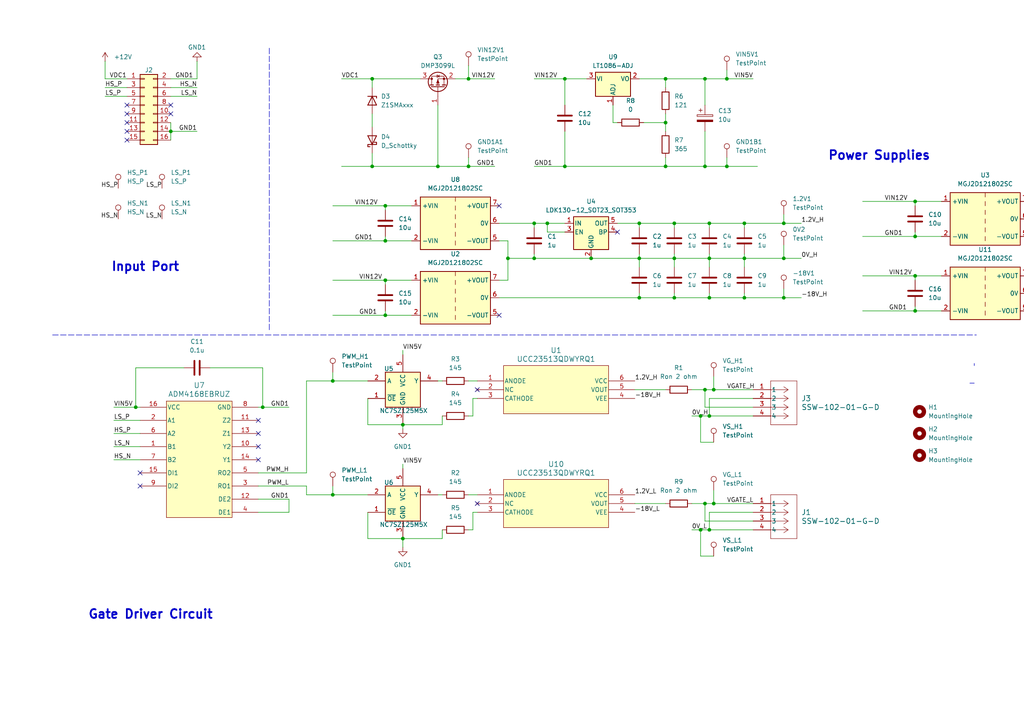
<source format=kicad_sch>
(kicad_sch (version 20250114) (generator "eeschema") (generator_version "9.0")
  (paper "A4")
  (text "Gate Driver Circuit" (at 43.688 178.308 0) (effects (font (size 2.54 2.54) (thickness 0.508) (bold yes))))
  (text "Power Supplies" (at 255.016 45.212 0) (effects (font (size 2.54 2.54) (thickness 0.508) (bold yes))))
  (text "Input Port" (at 42.164 77.47 0) (effects (font (size 2.54 2.54) (thickness 0.508) (bold yes))))
  (junction (at 163.83 22.86))
  (junction (at 265.43 90.17))
  (junction (at 185.42 64.77))
  (junction (at 205.74 64.77))
  (junction (at 381 85.09))
  (junction (at 154.94 74.93))
  (junction (at 204.47 113.03))
  (junction (at 171.45 74.93))
  (junction (at 185.42 74.93))
  (junction (at 210.82 22.86))
  (junction (at 195.58 64.77))
  (junction (at 205.74 120.65))
  (junction (at 265.43 58.42))
  (junction (at 135.89 48.26))
  (junction (at 111.76 69.85))
  (junction (at 215.9 74.93))
  (junction (at 154.94 64.77))
  (junction (at 227.33 64.77))
  (junction (at 163.83 48.26))
  (junction (at 204.47 146.05))
  (junction (at 349.25 63.5))
  (junction (at 381 63.5))
  (junction (at 49.53 38.1))
  (junction (at 193.04 48.26))
  (junction (at 210.82 48.26))
  (junction (at 227.33 74.93))
  (junction (at 204.47 48.26))
  (junction (at 349.25 73.66))
  (junction (at 111.76 91.44))
  (junction (at 227.33 86.36))
  (junction (at 111.76 81.28))
  (junction (at 96.52 110.49))
  (junction (at 185.42 86.36))
  (junction (at 203.2 153.67))
  (junction (at 215.9 64.77))
  (junction (at 369.57 73.66))
  (junction (at 339.09 85.09))
  (junction (at 203.2 120.65))
  (junction (at 312.42 63.5))
  (junction (at 111.76 59.69))
  (junction (at 308.61 63.5))
  (junction (at 359.41 85.09))
  (junction (at 147.32 74.93))
  (junction (at 205.74 74.93))
  (junction (at 193.04 35.56))
  (junction (at 127 48.26))
  (junction (at 300.99 73.66))
  (junction (at 207.01 146.05))
  (junction (at 381 73.66))
  (junction (at 96.52 143.51))
  (junction (at 325.12 73.66))
  (junction (at 195.58 74.93))
  (junction (at 107.95 22.86))
  (junction (at 116.84 123.19))
  (junction (at 193.04 22.86))
  (junction (at 39.37 118.11))
  (junction (at 205.74 153.67))
  (junction (at 116.84 156.21))
  (junction (at 204.47 22.86))
  (junction (at 76.2 118.11))
  (junction (at 369.57 85.09))
  (junction (at 158.75 64.77))
  (junction (at 215.9 86.36))
  (junction (at 359.41 73.66))
  (junction (at 265.43 80.01))
  (junction (at 339.09 63.5))
  (junction (at 349.25 85.09))
  (junction (at 359.41 63.5))
  (junction (at 207.01 113.03))
  (junction (at 135.89 22.86))
  (junction (at 369.57 63.5))
  (junction (at 205.74 86.36))
  (junction (at 107.95 48.26))
  (junction (at 339.09 73.66))
  (junction (at 308.61 73.66))
  (junction (at 265.43 68.58))
  (junction (at 195.58 86.36))
  (no_connect (at 36.83 35.56))
  (no_connect (at 74.93 121.92))
  (no_connect (at 49.53 30.48))
  (no_connect (at 298.45 58.42))
  (no_connect (at 144.78 91.44))
  (no_connect (at 74.93 129.54))
  (no_connect (at 298.45 90.17))
  (no_connect (at 49.53 33.02))
  (no_connect (at 40.64 137.16))
  (no_connect (at 36.83 30.48))
  (no_connect (at 36.83 40.64))
  (no_connect (at 74.93 125.73))
  (no_connect (at 40.64 140.97))
  (no_connect (at 36.83 38.1))
  (no_connect (at 179.07 67.31))
  (no_connect (at 74.93 133.35))
  (no_connect (at 138.43 146.05))
  (no_connect (at 144.78 59.69))
  (no_connect (at 138.43 113.03))
  (no_connect (at 36.83 33.02))
  (no_connect (at 332.74 66.04))
  (wire (pts (xy 111.76 81.28) (xy 111.76 82.55)))
  (wire (pts (xy 116.84 123.19) (xy 116.84 124.46)))
  (wire (pts (xy 88.9 137.16) (xy 88.9 110.49)))
  (wire (pts (xy 49.53 38.1) (xy 57.15 38.1)))
  (wire (pts (xy 107.95 25.4) (xy 107.95 22.86)))
  (wire (pts (xy 88.9 110.49) (xy 96.52 110.49)))
  (wire (pts (xy 204.47 48.26) (xy 210.82 48.26)))
  (wire (pts (xy 195.58 64.77) (xy 205.74 64.77)))
  (wire (pts (xy 205.74 148.59) (xy 205.74 153.67)))
  (wire (pts (xy 116.84 156.21) (xy 128.27 156.21)))
  (wire (pts (xy 369.57 73.66) (xy 381 73.66)))
  (wire (pts (xy 218.44 148.59) (xy 205.74 148.59)))
  (wire (pts (xy 147.32 74.93) (xy 154.94 74.93)))
  (wire (pts (xy 250.19 68.58) (xy 265.43 68.58)))
  (wire (pts (xy 369.57 63.5) (xy 381 63.5)))
  (wire (pts (xy 250.19 90.17) (xy 265.43 90.17)))
  (wire (pts (xy 308.61 73.66) (xy 325.12 73.66)))
  (wire (pts (xy 195.58 73.66) (xy 195.58 74.93)))
  (wire (pts (xy 144.78 64.77) (xy 154.94 64.77)))
  (wire (pts (xy 147.32 69.85) (xy 147.32 74.93)))
  (wire (pts (xy 227.33 64.77) (xy 232.41 64.77)))
  (wire (pts (xy 207.01 128.27) (xy 203.2 128.27)))
  (wire (pts (xy 33.02 125.73) (xy 40.64 125.73)))
  (wire (pts (xy 76.2 118.11) (xy 83.82 118.11)))
  (wire (pts (xy 203.2 153.67) (xy 205.74 153.67)))
  (wire (pts (xy 195.58 64.77) (xy 195.58 66.04)))
  (wire (pts (xy 300.99 73.66) (xy 308.61 73.66)))
  (wire (pts (xy 111.76 90.17) (xy 111.76 91.44)))
  (wire (pts (xy 204.47 113.03) (xy 207.01 113.03)))
  (wire (pts (xy 205.74 74.93) (xy 205.74 77.47)))
  (wire (pts (xy 349.25 83.82) (xy 349.25 85.09)))
  (wire (pts (xy 203.2 161.29) (xy 203.2 153.67)))
  (wire (pts (xy 369.57 85.09) (xy 381 85.09)))
  (wire (pts (xy 96.52 59.69) (xy 111.76 59.69)))
  (wire (pts (xy 74.93 118.11) (xy 76.2 118.11)))
  (wire (pts (xy 185.42 64.77) (xy 195.58 64.77)))
  (wire (pts (xy 127 48.26) (xy 135.89 48.26)))
  (wire (pts (xy 107.95 33.02) (xy 107.95 36.83)))
  (wire (pts (xy 265.43 67.31) (xy 265.43 68.58)))
  (wire (pts (xy 132.08 22.86) (xy 135.89 22.86)))
  (wire (pts (xy 88.9 143.51) (xy 96.52 143.51)))
  (wire (pts (xy 49.53 27.94) (xy 57.15 27.94)))
  (wire (pts (xy 193.04 48.26) (xy 204.47 48.26)))
  (wire (pts (xy 359.41 83.82) (xy 359.41 85.09)))
  (wire (pts (xy 111.76 59.69) (xy 119.38 59.69)))
  (wire (pts (xy 204.47 22.86) (xy 210.82 22.86)))
  (wire (pts (xy 193.04 22.86) (xy 204.47 22.86)))
  (wire (pts (xy 207.01 113.03) (xy 218.44 113.03)))
  (wire (pts (xy 200.66 120.65) (xy 203.2 120.65)))
  (wire (pts (xy 74.93 137.16) (xy 88.9 137.16)))
  (wire (pts (xy 204.47 38.1) (xy 204.47 48.26)))
  (wire (pts (xy 205.74 153.67) (xy 218.44 153.67)))
  (wire (pts (xy 111.76 68.58) (xy 111.76 69.85)))
  (wire (pts (xy 116.84 101.6) (xy 116.84 102.87)))
  (wire (pts (xy 308.61 63.5) (xy 308.61 64.77)))
  (wire (pts (xy 349.25 73.66) (xy 359.41 73.66)))
  (wire (pts (xy 163.83 38.1) (xy 163.83 48.26)))
  (wire (pts (xy 33.02 129.54) (xy 40.64 129.54)))
  (wire (pts (xy 205.74 120.65) (xy 218.44 120.65)))
  (wire (pts (xy 184.15 113.03) (xy 193.04 113.03)))
  (wire (pts (xy 83.82 144.78) (xy 83.82 148.59)))
  (wire (pts (xy 200.66 153.67) (xy 203.2 153.67)))
  (wire (pts (xy 185.42 85.09) (xy 185.42 86.36)))
  (wire (pts (xy 127 30.48) (xy 127 48.26)))
  (wire (pts (xy 349.25 63.5) (xy 359.41 63.5)))
  (wire (pts (xy 185.42 73.66) (xy 185.42 74.93)))
  (wire (pts (xy 227.33 83.82) (xy 227.33 86.36)))
  (wire (pts (xy 96.52 91.44) (xy 111.76 91.44)))
  (wire (pts (xy 349.25 85.09) (xy 359.41 85.09)))
  (wire (pts (xy 193.04 35.56) (xy 193.04 38.1)))
  (wire (pts (xy 144.78 69.85) (xy 147.32 69.85)))
  (wire (pts (xy 312.42 66.04) (xy 312.42 63.5)))
  (wire (pts (xy 265.43 80.01) (xy 273.05 80.01)))
  (wire (pts (xy 106.68 123.19) (xy 106.68 115.57)))
  (wire (pts (xy 116.84 134.62) (xy 116.84 135.89)))
  (wire (pts (xy 116.84 156.21) (xy 106.68 156.21)))
  (wire (pts (xy 30.48 17.78) (xy 30.48 22.86)))
  (wire (pts (xy 207.01 146.05) (xy 218.44 146.05)))
  (wire (pts (xy 200.66 113.03) (xy 204.47 113.03)))
  (wire (pts (xy 193.04 22.86) (xy 193.04 25.4)))
  (wire (pts (xy 204.47 146.05) (xy 207.01 146.05)))
  (wire (pts (xy 60.96 106.68) (xy 76.2 106.68)))
  (wire (pts (xy 300.99 80.01) (xy 298.45 80.01)))
  (wire (pts (xy 96.52 81.28) (xy 111.76 81.28)))
  (wire (pts (xy 74.93 140.97) (xy 88.9 140.97)))
  (wire (pts (xy 57.15 22.86) (xy 49.53 22.86)))
  (wire (pts (xy 154.94 64.77) (xy 154.94 66.04)))
  (wire (pts (xy 99.06 48.26) (xy 107.95 48.26)))
  (wire (pts (xy 163.83 48.26) (xy 193.04 48.26)))
  (wire (pts (xy 250.19 80.01) (xy 265.43 80.01)))
  (wire (pts (xy 96.52 69.85) (xy 111.76 69.85)))
  (wire (pts (xy 53.34 106.68) (xy 39.37 106.68)))
  (wire (pts (xy 185.42 64.77) (xy 185.42 66.04)))
  (wire (pts (xy 137.16 120.65) (xy 137.16 115.57)))
  (wire (pts (xy 135.89 120.65) (xy 137.16 120.65)))
  (wire (pts (xy 185.42 74.93) (xy 195.58 74.93)))
  (wire (pts (xy 265.43 80.01) (xy 265.43 81.28)))
  (wire (pts (xy 158.75 67.31) (xy 163.83 67.31)))
  (wire (pts (xy 179.07 64.77) (xy 185.42 64.77)))
  (wire (pts (xy 49.53 38.1) (xy 49.53 40.64)))
  (wire (pts (xy 227.33 74.93) (xy 232.41 74.93)))
  (wire (pts (xy 106.68 156.21) (xy 106.68 148.59)))
  (wire (pts (xy 185.42 86.36) (xy 195.58 86.36)))
  (wire (pts (xy 369.57 73.66) (xy 369.57 76.2)))
  (wire (pts (xy 207.01 109.22) (xy 207.01 113.03)))
  (wire (pts (xy 369.57 72.39) (xy 369.57 73.66)))
  (wire (pts (xy 204.47 113.03) (xy 204.47 118.11)))
  (wire (pts (xy 154.94 64.77) (xy 158.75 64.77)))
  (wire (pts (xy 369.57 63.5) (xy 369.57 64.77)))
  (wire (pts (xy 210.82 45.72) (xy 210.82 48.26)))
  (wire (pts (xy 39.37 106.68) (xy 39.37 118.11)))
  (wire (pts (xy 359.41 72.39) (xy 359.41 73.66)))
  (wire (pts (xy 49.53 35.56) (xy 49.53 38.1)))
  (wire (pts (xy 300.99 68.58) (xy 300.99 73.66)))
  (wire (pts (xy 171.45 74.93) (xy 185.42 74.93)))
  (wire (pts (xy 57.15 17.78) (xy 57.15 22.86)))
  (wire (pts (xy 203.2 120.65) (xy 205.74 120.65)))
  (wire (pts (xy 298.45 63.5) (xy 308.61 63.5)))
  (polyline (pts (xy 282.575 105.41) (xy 282.575 106.045)))
  (wire (pts (xy 193.04 45.72) (xy 193.04 48.26)))
  (wire (pts (xy 135.89 45.72) (xy 135.89 48.26)))
  (wire (pts (xy 381 60.96) (xy 381 63.5)))
  (wire (pts (xy 203.2 128.27) (xy 203.2 120.65)))
  (wire (pts (xy 200.66 146.05) (xy 204.47 146.05)))
  (wire (pts (xy 154.94 74.93) (xy 171.45 74.93)))
  (wire (pts (xy 215.9 85.09) (xy 215.9 86.36)))
  (wire (pts (xy 39.37 118.11) (xy 40.64 118.11)))
  (wire (pts (xy 135.89 110.49) (xy 138.43 110.49)))
  (wire (pts (xy 195.58 74.93) (xy 205.74 74.93)))
  (wire (pts (xy 265.43 58.42) (xy 273.05 58.42)))
  (wire (pts (xy 205.74 85.09) (xy 205.74 86.36)))
  (wire (pts (xy 154.94 48.26) (xy 163.83 48.26)))
  (wire (pts (xy 185.42 74.93) (xy 185.42 77.47)))
  (wire (pts (xy 359.41 63.5) (xy 369.57 63.5)))
  (wire (pts (xy 96.52 140.97) (xy 96.52 143.51)))
  (wire (pts (xy 74.93 148.59) (xy 83.82 148.59)))
  (wire (pts (xy 177.8 35.56) (xy 179.07 35.56)))
  (wire (pts (xy 185.42 22.86) (xy 193.04 22.86)))
  (wire (pts (xy 359.41 63.5) (xy 359.41 64.77)))
  (wire (pts (xy 127 143.51) (xy 128.27 143.51)))
  (wire (pts (xy 147.32 81.28) (xy 144.78 81.28)))
  (wire (pts (xy 218.44 151.13) (xy 204.47 151.13)))
  (wire (pts (xy 215.9 74.93) (xy 215.9 77.47)))
  (wire (pts (xy 349.25 73.66) (xy 349.25 76.2)))
  (wire (pts (xy 116.84 156.21) (xy 116.84 158.75)))
  (wire (pts (xy 107.95 22.86) (xy 121.92 22.86)))
  (wire (pts (xy 195.58 86.36) (xy 205.74 86.36)))
  (wire (pts (xy 227.33 62.23) (xy 227.33 64.77)))
  (wire (pts (xy 332.74 63.5) (xy 339.09 63.5)))
  (wire (pts (xy 265.43 58.42) (xy 265.43 59.69)))
  (wire (pts (xy 265.43 88.9) (xy 265.43 90.17)))
  (wire (pts (xy 205.74 86.36) (xy 215.9 86.36)))
  (wire (pts (xy 218.44 118.11) (xy 204.47 118.11)))
  (wire (pts (xy 325.12 73.66) (xy 339.09 73.66)))
  (wire (pts (xy 88.9 140.97) (xy 88.9 143.51)))
  (wire (pts (xy 205.74 64.77) (xy 215.9 64.77)))
  (wire (pts (xy 147.32 74.93) (xy 147.32 81.28)))
  (wire (pts (xy 107.95 48.26) (xy 127 48.26)))
  (wire (pts (xy 195.58 74.93) (xy 195.58 77.47)))
  (wire (pts (xy 195.58 85.09) (xy 195.58 86.36)))
  (wire (pts (xy 128.27 156.21) (xy 128.27 153.67)))
  (wire (pts (xy 210.82 48.26) (xy 219.71 48.26)))
  (wire (pts (xy 96.52 107.95) (xy 96.52 110.49)))
  (wire (pts (xy 210.82 20.32) (xy 210.82 22.86)))
  (wire (pts (xy 308.61 63.5) (xy 312.42 63.5)))
  (wire (pts (xy 135.89 48.26) (xy 143.51 48.26)))
  (wire (pts (xy 74.93 144.78) (xy 83.82 144.78)))
  (wire (pts (xy 207.01 142.24) (xy 207.01 146.05)))
  (wire (pts (xy 265.43 90.17) (xy 273.05 90.17)))
  (wire (pts (xy 312.42 63.5) (xy 317.5 63.5)))
  (wire (pts (xy 137.16 153.67) (xy 137.16 148.59)))
  (wire (pts (xy 349.25 63.5) (xy 349.25 64.77)))
  (wire (pts (xy 107.95 44.45) (xy 107.95 48.26)))
  (wire (pts (xy 128.27 123.19) (xy 128.27 120.65)))
  (wire (pts (xy 137.16 148.59) (xy 138.43 148.59)))
  (wire (pts (xy 215.9 86.36) (xy 227.33 86.36)))
  (wire (pts (xy 339.09 85.09) (xy 349.25 85.09)))
  (wire (pts (xy 359.41 73.66) (xy 359.41 76.2)))
  (wire (pts (xy 207.01 161.29) (xy 203.2 161.29)))
  (wire (pts (xy 359.41 85.09) (xy 369.57 85.09)))
  (wire (pts (xy 144.78 86.36) (xy 185.42 86.36)))
  (wire (pts (xy 349.25 72.39) (xy 349.25 73.66)))
  (wire (pts (xy 186.69 35.56) (xy 193.04 35.56)))
  (wire (pts (xy 359.41 73.66) (xy 369.57 73.66)))
  (wire (pts (xy 227.33 71.12) (xy 227.33 74.93)))
  (wire (pts (xy 158.75 64.77) (xy 163.83 64.77)))
  (wire (pts (xy 111.76 59.69) (xy 111.76 60.96)))
  (wire (pts (xy 135.89 19.05) (xy 135.89 22.86)))
  (wire (pts (xy 381 69.85) (xy 381 73.66)))
  (wire (pts (xy 76.2 106.68) (xy 76.2 118.11)))
  (wire (pts (xy 184.15 146.05) (xy 193.04 146.05)))
  (wire (pts (xy 210.82 22.86) (xy 218.44 22.86)))
  (wire (pts (xy 96.52 143.51) (xy 106.68 143.51)))
  (wire (pts (xy 116.84 123.19) (xy 128.27 123.19)))
  (wire (pts (xy 135.89 143.51) (xy 138.43 143.51)))
  (wire (pts (xy 205.74 73.66) (xy 205.74 74.93)))
  (wire (pts (xy 154.94 73.66) (xy 154.94 74.93)))
  (wire (pts (xy 111.76 81.28) (xy 119.38 81.28)))
  (polyline (pts (xy 281.305 111.125) (xy 282.575 111.125)))
  (wire (pts (xy 137.16 115.57) (xy 138.43 115.57)))
  (wire (pts (xy 49.53 25.4) (xy 57.15 25.4)))
  (wire (pts (xy 298.45 68.58) (xy 300.99 68.58)))
  (wire (pts (xy 298.45 85.09) (xy 339.09 85.09)))
  (polyline (pts (xy 78.105 13.97) (xy 78.105 95.885)) (stroke (width 0) (type dash)))
  (wire (pts (xy 218.44 115.57) (xy 205.74 115.57)))
  (wire (pts (xy 339.09 72.39) (xy 339.09 73.66)))
  (wire (pts (xy 127 110.49) (xy 128.27 110.49)))
  (wire (pts (xy 116.84 123.19) (xy 106.68 123.19)))
  (wire (pts (xy 135.89 153.67) (xy 137.16 153.67)))
  (wire (pts (xy 205.74 64.77) (xy 205.74 66.04)))
  (wire (pts (xy 265.43 68.58) (xy 273.05 68.58)))
  (wire (pts (xy 339.09 63.5) (xy 339.09 64.77)))
  (wire (pts (xy 111.76 69.85) (xy 119.38 69.85)))
  (wire (pts (xy 300.99 73.66) (xy 300.99 80.01)))
  (wire (pts (xy 215.9 64.77) (xy 215.9 66.04)))
  (wire (pts (xy 193.04 33.02) (xy 193.04 35.56)))
  (wire (pts (xy 154.94 22.86) (xy 163.83 22.86)))
  (polyline (pts (xy 15.24 97.155) (xy 283.21 97.155)) (stroke (width 0) (type dash)))
  (wire (pts (xy 30.48 22.86) (xy 36.83 22.86)))
  (wire (pts (xy 163.83 22.86) (xy 170.18 22.86)))
  (wire (pts (xy 308.61 72.39) (xy 308.61 73.66)))
  (wire (pts (xy 163.83 30.48) (xy 163.83 22.86)))
  (wire (pts (xy 99.06 22.86) (xy 107.95 22.86)))
  (wire (pts (xy 312.42 66.04) (xy 317.5 66.04)))
  (wire (pts (xy 339.09 73.66) (xy 349.25 73.66)))
  (wire (pts (xy 215.9 73.66) (xy 215.9 74.93)))
  (wire (pts (xy 339.09 73.66) (xy 339.09 76.2)))
  (wire (pts (xy 158.75 67.31) (xy 158.75 64.77)))
  (wire (pts (xy 177.8 30.48) (xy 177.8 35.56)))
  (wire (pts (xy 381 85.09) (xy 386.08 85.09)))
  (wire (pts (xy 33.02 133.35) (xy 40.64 133.35)))
  (wire (pts (xy 381 63.5) (xy 386.08 63.5)))
  (wire (pts (xy 204.47 146.05) (xy 204.47 151.13)))
  (wire (pts (xy 205.74 115.57) (xy 205.74 120.65)))
  (wire (pts (xy 215.9 64.77) (xy 227.33 64.77)))
  (wire (pts (xy 227.33 86.36) (xy 232.41 86.36)))
  (wire (pts (xy 30.48 27.94) (xy 36.83 27.94)))
  (wire (pts (xy 339.09 83.82) (xy 339.09 85.09)))
  (wire (pts (xy 33.02 121.92) (xy 40.64 121.92)))
  (wire (pts (xy 96.52 110.49) (xy 106.68 110.49)))
  (wire (pts (xy 215.9 74.93) (xy 227.33 74.93)))
  (wire (pts (xy 135.89 22.86) (xy 143.51 22.86)))
  (wire (pts (xy 250.19 58.42) (xy 265.43 58.42)))
  (wire (pts (xy 111.76 91.44) (xy 119.38 91.44)))
  (wire (pts (xy 204.47 22.86) (xy 204.47 30.48)))
  (wire (pts (xy 339.09 63.5) (xy 349.25 63.5)))
  (wire (pts (xy 369.57 83.82) (xy 369.57 85.09)))
  (wire (pts (xy 381 82.55) (xy 381 85.09)))
  (wire (pts (xy 33.02 118.11) (xy 39.37 118.11)))
  (wire (pts (xy 30.48 25.4) (xy 36.83 25.4)))
  (wire (pts (xy 205.74 74.93) (xy 215.9 74.93)))
  (wire (pts (xy 381 73.66) (xy 386.08 73.66)))
  (label "0V_L" (at 386.08 73.66 0))
  (label "VDC1" (at 31.75 22.86 0))
  (label "LS_N" (at 33.02 129.54 0))
  (label "0V_H" (at 200.66 120.65 0))
  (label "1.2V_L" (at 184.15 143.51 0))
  (label "VIN5V" (at 116.84 101.6 0))
  (label "VIN12V" (at 256.54 58.42 0))
  (label "VIN12V" (at 104.14 81.28 0))
  (label "GND1" (at 57.15 38.1 180))
  (label "-18V_L" (at 386.08 85.09 0))
  (label "VIN12V" (at 143.51 22.86 180))
  (label "HS_N" (at 57.15 25.4 180))
  (label "GND1" (at 257.81 90.17 0))
  (label "1.2V_L" (at 386.08 63.5 0))
  (label "HS_P" (at 33.02 125.73 0))
  (label "VGATE_L" (at 210.82 146.05 0))
  (label "VGATE_H" (at 210.82 113.03 0))
  (label "-18V_H" (at 184.15 115.57 0))
  (label "VIN12V" (at 154.94 22.86 0))
  (label "0V_H" (at 232.41 74.93 0))
  (label "HS_P" (at 30.48 25.4 0))
  (label "GND1" (at 256.54 68.58 0))
  (label "HS_N" (at 34.29 63.5 180))
  (label "PWM_H" (at 83.82 137.16 180))
  (label "GND1" (at 104.14 91.44 0))
  (label "HS_P" (at 34.29 54.61 180))
  (label "LS_N" (at 57.15 27.94 180))
  (label "0V_L" (at 200.66 153.67 0))
  (label "-18V_H" (at 232.41 86.36 0))
  (label "LS_P" (at 30.48 27.94 0))
  (label "VDC1" (at 99.06 22.86 0))
  (label "LS_P" (at 33.02 121.92 0))
  (label "VIN5V" (at 116.84 134.62 0))
  (label "LS_N" (at 46.99 63.5 180))
  (label "LS_P" (at 46.99 54.61 180))
  (label "VIN5V" (at 218.44 22.86 180))
  (label "GND1" (at 102.87 69.85 0))
  (label "GND1" (at 50.8 22.86 0))
  (label "GND1" (at 83.82 144.78 180))
  (label "HS_N" (at 33.02 133.35 0))
  (label "1.2V_H" (at 184.15 110.49 0))
  (label "GND1" (at 83.82 118.11 180))
  (label "1.2V_H" (at 232.41 64.77 0))
  (label "PWM_L" (at 83.82 140.97 180))
  (label "VIN12V" (at 102.87 59.69 0))
  (label "VIN5V" (at 33.02 118.11 0))
  (label "GND1" (at 143.51 48.26 180))
  (label "VIN12V" (at 257.81 80.01 0))
  (label "GND1" (at 154.94 48.26 0))
  (label "-18V_L" (at 184.15 148.59 0))
  (symbol (lib_id "Device:C") (at 349.25 68.58 0) (unit 1)
    (property "Reference" "C20" (at 353.06 67.3099 0) (effects (justify left)))
    (property "Value" "1u" (at 353.06 69.8499 0) (effects (justify left)))
    (property "Footprint" "Capacitor_SMD:C_1206_3216Metric" (effects (hide yes)))
    (property "Description" "Unpolarized capacitor" (effects (hide yes)))
  )
  (symbol (lib_id "Device:C_Polarized") (at 204.47 34.29 0) (unit 1)
    (property "Reference" "C13" (at 208.28 32.1309 0) (effects (justify left)))
    (property "Value" "10u" (at 208.28 34.6709 0) (effects (justify left)))
    (property "Footprint" "Gate_Driver:TAJB_AVX-M" (effects (hide yes)))
    (property "Description" "Polarized capacitor" (effects (hide yes)))
  )
  (symbol (lib_id "Connector_Generic:Conn_02x08_Odd_Even") (at 41.91 30.48 0) (unit 1)
    (property "Reference" "J2" (at 43.18 20.32 0))
    (property "Value" "Conn_02x08_Odd_Even" (effects (hide yes)))
    (property "Footprint" "Connector_IDC:IDC-Header_2x08_P2.54mm_Vertical" (effects (hide yes)))
    (property "Description" "Generic connector, double row, 02x08, odd/even pin numbering scheme (row 1 odd numbers, row 2 even numbers), script generated (kicad-library-utils/schlib/autogen/connector/)" (effects (hide yes)))
  )
  (symbol (lib_id "Regulator_Linear:LDK130-12_SOT23_SOT353") (at 171.45 67.31 0) (unit 1)
    (property "Reference" "U4" (at 171.45 58.42 0))
    (property "Value" "LDK130-12_SOT23_SOT353" (at 171.45 60.96 0))
    (property "Footprint" "Package_TO_SOT_SMD:SOT-23-5_HandSoldering" (effects (hide yes)))
    (property "Datasheet" "http://www.st.com/content/ccc/resource/technical/document/datasheet/29/10/f7/87/2f/66/47/f4/DM00076097.pdf/files/DM00076097.pdf/jcr:content/translations/en.DM00076097.pdf" (effects (hide yes)))
    (property "Description" "300mA low dropout linear regulator, low quiescent current very, low noise, shutdown pin, 1.2V fixed positive output, SOT-23-5/SOT-353-5/SC-70-5" (effects (hide yes)))
  )
  (symbol (lib_id "Device:C") (at 154.94 69.85 0) (unit 1)
    (property "Reference" "C1" (at 158.75 68.5799 0) (effects (justify left)))
    (property "Value" "1u" (at 158.75 71.1199 0) (effects (justify left)))
    (property "Footprint" "Capacitor_SMD:C_1206_3216Metric" (effects (hide yes)))
    (property "Description" "Unpolarized capacitor" (effects (hide yes)))
  )
  (symbol (lib_id "Connector:TestPoint") (at 227.33 62.23 0) (unit 1)
    (property "Reference" "1.2V1" (at 229.87 57.6579 0) (effects (justify left)))
    (property "Value" "TestPoint" (at 229.87 60.1979 0) (effects (justify left)))
    (property "Footprint" "TestPoint:TestPoint_Pad_D2.0mm" (effects (hide yes)))
    (property "Description" "test point" (effects (hide yes)))
  )
  (symbol (lib_id "Mechanical:MountingHole") (at 266.7 119.38 0) (unit 1) (in_bom no)
    (property "Reference" "H1" (at 269.24 118.1099 0) (effects (justify left)))
    (property "Value" "MountingHole" (at 269.24 120.6499 0) (effects (justify left)))
    (property "Footprint" "MountingHole:MountingHole_4.3mm_M4_DIN965" (effects (hide yes)))
    (property "Description" "Mounting Hole without connection" (effects (hide yes)))
  )
  (symbol (lib_id "Device:D_Schottky") (at 107.95 40.64 90) (unit 1)
    (property "Reference" "D4" (at 110.49 39.6874 90) (effects (justify right)))
    (property "Value" "D_Schottky" (at 110.49 42.2274 90) (effects (justify right)))
    (property "Footprint" "Diode_SMD:D_PowerDI-123" (effects (hide yes)))
    (property "Description" "Schottky diode" (effects (hide yes)))
  )
  (symbol (lib_id "Connector:TestPoint") (at 207.01 142.24 0) (unit 1)
    (property "Reference" "VG_L1" (at 209.55 137.6679 0) (effects (justify left)))
    (property "Value" "TestPoint" (at 209.55 140.2079 0) (effects (justify left)))
    (property "Footprint" "TestPoint:TestPoint_Pad_D2.0mm" (effects (hide yes)))
    (property "Description" "test point" (effects (hide yes)))
  )
  (symbol (lib_id "Device:C") (at 205.74 69.85 0) (unit 1)
    (property "Reference" "C4" (at 209.55 68.5799 0) (effects (justify left)))
    (property "Value" "1u" (at 209.55 71.1199 0) (effects (justify left)))
    (property "Footprint" "Capacitor_SMD:C_1206_3216Metric" (effects (hide yes)))
    (property "Description" "Unpolarized capacitor" (effects (hide yes)))
  )
  (symbol (lib_id "Gate_Driver:UCC23513QDWYRQ1") (at 161.29 113.03 0) (unit 1)
    (property "Reference" "U1" (at 161.29 101.6 0) (effects (font (size 1.524 1.524))))
    (property "Value" "UCC23513QDWYRQ1" (at 161.29 104.14 0) (effects (font (size 1.524 1.524))))
    (property "Footprint" "Gate_Driver:SOIC06_SO-6_7P5X4P68_TEX-M" (effects (hide yes)))
    (property "Datasheet" "https://www.ti.com/lit/gpn/ucc23513-q1" (effects (hide yes)))
  )
  (symbol (lib_id "Device:R_1206") (at 132.08 153.67 90) (unit 1)
    (property "Reference" "R5" (at 132.08 147.32 90))
    (property "Value" "145" (at 132.08 149.86 90))
    (property "Footprint" "Resistor_SMD:R_1206_3216Metric_Pad1.30x1.75mm_HandSolder" (effects (hide yes)))
    (property "Description" "Resistor" (effects (hide yes)))
  )
  (symbol (lib_id "Connector:TestPoint") (at 135.89 19.05 0) (unit 1)
    (property "Reference" "VIN12V1" (at 138.43 14.4779 0) (effects (justify left)))
    (property "Value" "TestPoint" (at 138.43 17.0179 0) (effects (justify left)))
    (property "Footprint" "TestPoint:TestPoint_Pad_D2.0mm" (effects (hide yes)))
    (property "Description" "test point" (effects (hide yes)))
  )
  (symbol (lib_id "Connector:TestPoint") (at 207.01 128.27 0) (unit 1)
    (property "Reference" "VS_H1" (at 209.55 123.6979 0) (effects (justify left)))
    (property "Value" "TestPoint" (at 209.55 126.2379 0) (effects (justify left)))
    (property "Footprint" "TestPoint:TestPoint_Pad_D2.0mm" (effects (hide yes)))
    (property "Description" "test point" (effects (hide yes)))
  )
  (symbol (lib_id "Regulator_Linear:LDK130-12_SOT23_SOT353") (at 325.12 66.04 0) (unit 1)
    (property "Reference" "U12" (at 325.12 57.15 0))
    (property "Value" "LDK130-12_SOT23_SOT353" (at 325.12 59.69 0))
    (property "Footprint" "Package_TO_SOT_SMD:SOT-23-5_HandSoldering" (effects (hide yes)))
    (property "Datasheet" "http://www.st.com/content/ccc/resource/technical/document/datasheet/29/10/f7/87/2f/66/47/f4/DM00076097.pdf/files/DM00076097.pdf/jcr:content/translations/en.DM00076097.pdf" (effects (hide yes)))
    (property "Description" "300mA low dropout linear regulator, low quiescent current very, low noise, shutdown pin, 1.2V fixed positive output, SOT-23-5/SOT-353-5/SC-70-5" (effects (hide yes)))
  )
  (symbol (lib_id "Converter_DCDC:MGJ2D121802SC") (at 132.08 64.77 0) (unit 1)
    (property "Reference" "U8" (at 132.08 52.07 0))
    (property "Value" "MGJ2D121802SC" (at 132.08 54.61 0))
    (property "Footprint" "Converter_DCDC:Converter_DCDC_Murata_MGJ2DxxxxxxSC_THT" (effects (hide yes)))
    (property "Datasheet" "https://power.murata.com/pub/data/power/ncl/kdc_mgj2.pdf" (effects (hide yes)))
    (property "Description" "5.2kVDC Isolated 2W Gate Drive, 12V Vin, +18V/-2.5V Vout" (effects (hide yes)))
  )
  (symbol (lib_id "Converter_DCDC:MGJ2D121802SC") (at 285.75 63.5 0) (unit 1)
    (property "Reference" "U3" (at 285.75 50.8 0))
    (property "Value" "MGJ2D121802SC" (at 285.75 53.34 0))
    (property "Footprint" "Converter_DCDC:Converter_DCDC_Murata_MGJ2DxxxxxxSC_THT" (effects (hide yes)))
    (property "Datasheet" "https://power.murata.com/pub/data/power/ncl/kdc_mgj2.pdf" (effects (hide yes)))
    (property "Description" "5.2kVDC Isolated 2W Gate Drive, 12V Vin, +18V/-2.5V Vout" (effects (hide yes)))
  )
  (symbol (lib_id "Device:C") (at 111.76 64.77 0) (unit 1)
    (property "Reference" "C14" (at 115.57 63.4999 0) (effects (justify left)))
    (property "Value" "10u" (at 115.57 66.0399 0) (effects (justify left)))
    (property "Footprint" "Capacitor_SMD:C_1206_3216Metric" (effects (hide yes)))
    (property "Description" "Unpolarized capacitor" (effects (hide yes)))
  )
  (symbol (lib_id "power:GND2") (at 116.84 124.46 0) (unit 1)
    (property "Reference" "#PWR03" (effects (hide yes)))
    (property "Value" "GND1" (at 116.84 129.54 0))
    (property "Description" "Power symbol creates a global label with name \"GND2\" , ground" (effects (hide yes)))
  )
  (symbol (lib_id "power:GND") (at 57.15 17.78 0) (mirror x) (unit 1)
    (property "Reference" "#PWR02" (effects (hide yes)))
    (property "Value" "GND1" (at 57.15 13.716 0))
    (property "Description" "Power symbol creates a global label with name \"GND\" , ground" (effects (hide yes)))
  )
  (symbol (lib_id "74xGxx:NC7SZ125M5X") (at 116.84 146.05 0) (unit 1)
    (property "Reference" "U6" (at 112.776 139.954 0))
    (property "Value" "NC7SZ125M5X" (at 117.094 152.146 0))
    (property "Footprint" "Package_TO_SOT_SMD:SOT-23-5_HandSoldering" (effects (hide yes)))
    (property "Datasheet" "https://www.onsemi.com/pdf/datasheet/nc7sz125-d.pdf" (effects (hide yes)))
    (property "Description" "TinyLogic UHS Buffer, Tri-State Output, SOT-23-5" (effects (hide yes)))
  )
  (symbol (lib_id "RS422_Transreciver:ADM4168EBRUZ") (at 40.64 118.11 0) (unit 1)
    (property "Reference" "U7" (at 57.785 111.76 0) (effects (font (size 1.524 1.524))))
    (property "Value" "ADM4168EBRUZ" (at 57.785 114.3 0) (effects (font (size 1.524 1.524))))
    (property "Footprint" "Gate_Driver:RU_16_ADI-M" (effects (hide yes)))
    (property "Datasheet" "https://www.analog.com/media/en/technical-documentation/data-sheets/ADM4168E.PDF" (effects (hide yes)))
  )
  (symbol (lib_id "74xGxx:NC7SZ125M5X") (at 116.84 113.03 0) (unit 1)
    (property "Reference" "U5" (at 112.776 106.934 0))
    (property "Value" "NC7SZ125M5X" (at 117.094 119.126 0))
    (property "Footprint" "Package_TO_SOT_SMD:SOT-23-5_HandSoldering" (effects (hide yes)))
    (property "Datasheet" "https://www.onsemi.com/pdf/datasheet/nc7sz125-d.pdf" (effects (hide yes)))
    (property "Description" "TinyLogic UHS Buffer, Tri-State Output, SOT-23-5" (effects (hide yes)))
  )
  (symbol (lib_id "Diode:Z1SMAxxx") (at 107.95 29.21 270) (unit 1)
    (property "Reference" "D3" (at 110.49 27.9399 90) (effects (justify left)))
    (property "Value" "Z1SMAxxx" (at 110.49 30.4799 90) (effects (justify left)))
    (property "Footprint" "Diode_SMD:D_SMA_Handsoldering" (effects (hide yes)))
    (property "Datasheet" "https://diotec.com/tl_files/diotec/files/pdf/datasheets/z1sma1.pdf" (effects (hide yes)))
    (property "Description" "1000mW Zener Diode, SMA(DO-214AC)" (effects (hide yes)))
  )
  (symbol (lib_id "Device:C") (at 349.25 80.01 0) (unit 1)
    (property "Reference" "C21" (at 353.06 78.7399 0) (effects (justify left)))
    (property "Value" "1u" (at 353.06 81.2799 0) (effects (justify left)))
    (property "Footprint" "Capacitor_SMD:C_1206_3216Metric" (effects (hide yes)))
    (property "Description" "Unpolarized capacitor" (effects (hide yes)))
  )
  (symbol (lib_id "Connector:TestPoint") (at 135.89 45.72 0) (unit 1)
    (property "Reference" "GND1A1" (at 138.43 41.1479 0) (effects (justify left)))
    (property "Value" "TestPoint" (at 138.43 43.6879 0) (effects (justify left)))
    (property "Footprint" "TestPoint:TestPoint_Pad_D2.0mm" (effects (hide yes)))
    (property "Description" "test point" (effects (hide yes)))
  )
  (symbol (lib_id "Transistor_FET:DMP3099L") (at 127 25.4 90) (unit 1)
    (property "Reference" "Q3" (at 127 16.51 90))
    (property "Value" "DMP3099L" (at 127 19.05 90))
    (property "Footprint" "Package_TO_SOT_SMD:SOT-23" (effects (hide yes)))
    (property "Datasheet" "https://www.diodes.com/assets/Datasheets/DMP3099L.pdf" (effects (hide yes)))
    (property "Description" "-3.8A Id, -30V Vds, P-Channel MOSFET, SOT-23" (effects (hide yes)))
  )
  (symbol (lib_id "Connector:TestPoint") (at 46.99 63.5 0) (unit 1)
    (property "Reference" "LS_N1" (at 49.53 58.9279 0) (effects (justify left)))
    (property "Value" "LS_N" (at 49.53 61.4679 0) (effects (justify left)))
    (property "Footprint" "TestPoint:TestPoint_Pad_D2.0mm" (effects (hide yes)))
    (property "Description" "test point" (effects (hide yes)))
  )
  (symbol (lib_id "Connector:TestPoint") (at 207.01 161.29 0) (unit 1)
    (property "Reference" "VS_L1" (at 209.55 156.7179 0) (effects (justify left)))
    (property "Value" "TestPoint" (at 209.55 159.2579 0) (effects (justify left)))
    (property "Footprint" "TestPoint:TestPoint_Pad_D2.0mm" (effects (hide yes)))
    (property "Description" "test point" (effects (hide yes)))
  )
  (symbol (lib_id "Device:R_1206") (at 132.08 143.51 90) (unit 1)
    (property "Reference" "R2" (at 132.08 137.16 90))
    (property "Value" "145" (at 132.08 139.7 90))
    (property "Footprint" "Resistor_SMD:R_1206_3216Metric_Pad1.30x1.75mm_HandSolder" (effects (hide yes)))
    (property "Description" "Resistor" (effects (hide yes)))
  )
  (symbol (lib_id "Device:C") (at 339.09 80.01 0) (unit 1)
    (property "Reference" "C19" (at 342.9 78.7399 0) (effects (justify left)))
    (property "Value" "1u" (at 342.9 81.2799 0) (effects (justify left)))
    (property "Footprint" "Capacitor_SMD:C_1206_3216Metric" (effects (hide yes)))
    (property "Description" "Unpolarized capacitor" (effects (hide yes)))
  )
  (symbol (lib_id "Mechanical:MountingHole") (at 266.7 125.73 0) (unit 1) (in_bom no)
    (property "Reference" "H2" (at 269.24 124.4599 0) (effects (justify left)))
    (property "Value" "MountingHole" (at 269.24 126.9999 0) (effects (justify left)))
    (property "Footprint" "MountingHole:MountingHole_4.3mm_M4_DIN965" (effects (hide yes)))
    (property "Description" "Mounting Hole without connection" (effects (hide yes)))
  )
  (symbol (lib_id "Device:C") (at 185.42 81.28 0) (unit 1)
    (property "Reference" "C6" (at 189.23 80.0099 0) (effects (justify left)))
    (property "Value" "1u" (at 189.23 82.5499 0) (effects (justify left)))
    (property "Footprint" "Capacitor_SMD:C_1206_3216Metric" (effects (hide yes)))
    (property "Description" "Unpolarized capacitor" (effects (hide yes)))
  )
  (symbol (lib_id "Device:C") (at 308.61 68.58 0) (unit 1)
    (property "Reference" "C17" (at 312.42 67.3099 0) (effects (justify left)))
    (property "Value" "1u" (at 312.42 69.8499 0) (effects (justify left)))
    (property "Footprint" "Capacitor_SMD:C_1206_3216Metric" (effects (hide yes)))
    (property "Description" "Unpolarized capacitor" (effects (hide yes)))
  )
  (symbol (lib_id "Device:C") (at 57.15 106.68 90) (unit 1)
    (property "Reference" "C11" (at 57.15 99.06 90))
    (property "Value" "0.1u" (at 57.15 101.6 90))
    (property "Footprint" "Capacitor_SMD:C_1206_3216Metric_Pad1.33x1.80mm_HandSolder" (effects (hide yes)))
    (property "Description" "Unpolarized capacitor" (effects (hide yes)))
  )
  (symbol (lib_id "Device:C") (at 265.43 85.09 0) (unit 1)
    (property "Reference" "C16" (at 269.24 83.8199 0) (effects (justify left)))
    (property "Value" "10u" (at 269.24 86.3599 0) (effects (justify left)))
    (property "Footprint" "Capacitor_SMD:C_1206_3216Metric" (effects (hide yes)))
    (property "Description" "Unpolarized capacitor" (effects (hide yes)))
  )
  (symbol (lib_id "Connector:TestPoint") (at 34.29 54.61 0) (unit 1)
    (property "Reference" "HS_P1" (at 36.83 50.0379 0) (effects (justify left)))
    (property "Value" "HS_P" (at 36.83 52.5779 0) (effects (justify left)))
    (property "Footprint" "TestPoint:TestPoint_Pad_D2.0mm" (effects (hide yes)))
    (property "Description" "test point" (effects (hide yes)))
  )
  (symbol (lib_id "Device:C") (at 359.41 80.01 0) (unit 1)
    (property "Reference" "C23" (at 363.22 78.7399 0) (effects (justify left)))
    (property "Value" "1u" (at 363.22 81.2799 0) (effects (justify left)))
    (property "Footprint" "Capacitor_SMD:C_1206_3216Metric" (effects (hide yes)))
    (property "Description" "Unpolarized capacitor" (effects (hide yes)))
  )
  (symbol (lib_id "2*2_Gate_Driver_Output_Connector:SSW-102-01-G-D") (at 218.44 113.03 0) (unit 1)
    (property "Reference" "J3" (at 232.41 115.5699 0) (effects (font (size 1.524 1.524)) (justify left)))
    (property "Value" "SSW-102-01-G-D" (at 232.41 118.1099 0) (effects (font (size 1.524 1.524)) (justify left)))
    (property "Footprint" "Gate_Driver:CON4_2X2_TU_SSQ" (effects (hide yes)))
    (property "Datasheet" "SSW-102-01-G-D" (effects (hide yes)))
  )
  (symbol (lib_id "Device:C") (at 205.74 81.28 0) (unit 1)
    (property "Reference" "C8" (at 209.55 80.0099 0) (effects (justify left)))
    (property "Value" "1u" (at 209.55 82.5499 0) (effects (justify left)))
    (property "Footprint" "Capacitor_SMD:C_1206_3216Metric" (effects (hide yes)))
    (property "Description" "Unpolarized capacitor" (effects (hide yes)))
  )
  (symbol (lib_id "Device:C") (at 215.9 69.85 0) (unit 1)
    (property "Reference" "C5" (at 219.71 68.5799 0) (effects (justify left)))
    (property "Value" "1u" (at 219.71 71.1199 0) (effects (justify left)))
    (property "Footprint" "Capacitor_SMD:C_1206_3216Metric" (effects (hide yes)))
    (property "Description" "Unpolarized capacitor" (effects (hide yes)))
  )
  (symbol (lib_id "Device:C") (at 265.43 63.5 0) (unit 1)
    (property "Reference" "C10" (at 269.24 62.2299 0) (effects (justify left)))
    (property "Value" "10u" (at 269.24 64.7699 0) (effects (justify left)))
    (property "Footprint" "Capacitor_SMD:C_1206_3216Metric" (effects (hide yes)))
    (property "Description" "Unpolarized capacitor" (effects (hide yes)))
  )
  (symbol (lib_id "Connector:TestPoint") (at 210.82 20.32 0) (unit 1)
    (property "Reference" "VIN5V1" (at 213.36 15.7479 0) (effects (justify left)))
    (property "Value" "TestPoint" (at 213.36 18.2879 0) (effects (justify left)))
    (property "Footprint" "TestPoint:TestPoint_Pad_D2.0mm" (effects (hide yes)))
    (property "Description" "test point" (effects (hide yes)))
  )
  (symbol (lib_id "Device:C") (at 195.58 81.28 0) (unit 1)
    (property "Reference" "C7" (at 199.39 80.0099 0) (effects (justify left)))
    (property "Value" "1u" (at 199.39 82.5499 0) (effects (justify left)))
    (property "Footprint" "Capacitor_SMD:C_1206_3216Metric" (effects (hide yes)))
    (property "Description" "Unpolarized capacitor" (effects (hide yes)))
  )
  (symbol (lib_id "power:+5V") (at 30.48 17.78 0) (unit 1)
    (property "Reference" "#PWR01" (effects (hide yes)))
    (property "Value" "+12V" (at 33.02 16.5099 0) (effects (justify left)))
    (property "Description" "Power symbol creates a global label with name \"+5V\"" (effects (hide yes)))
  )
  (symbol (lib_id "Device:C") (at 185.42 69.85 0) (unit 1)
    (property "Reference" "C2" (at 189.23 68.5799 0) (effects (justify left)))
    (property "Value" "1u" (at 189.23 71.1199 0) (effects (justify left)))
    (property "Footprint" "Capacitor_SMD:C_1206_3216Metric" (effects (hide yes)))
    (property "Description" "Unpolarized capacitor" (effects (hide yes)))
  )
  (symbol (lib_id "Device:C") (at 111.76 86.36 0) (unit 1)
    (property "Reference" "C15" (at 115.57 85.0899 0) (effects (justify left)))
    (property "Value" "10u" (at 115.57 87.6299 0) (effects (justify left)))
    (property "Footprint" "Capacitor_SMD:C_1206_3216Metric" (effects (hide yes)))
    (property "Description" "Unpolarized capacitor" (effects (hide yes)))
  )
  (symbol (lib_id "Connector:TestPoint") (at 381 69.85 0) (unit 1)
    (property "Reference" "0V4" (at 383.54 65.2779 0) (effects (justify left)))
    (property "Value" "TestPoint" (at 383.54 67.8179 0) (effects (justify left)))
    (property "Footprint" "TestPoint:TestPoint_Pad_D2.0mm" (effects (hide yes)))
    (property "Description" "test point" (effects (hide yes)))
  )
  (symbol (lib_id "Device:R") (at 196.85 146.05 270) (unit 1)
    (property "Reference" "R9" (at 196.85 139.7 90))
    (property "Value" "Ron 2 ohm" (at 196.85 142.24 90))
    (property "Footprint" "Resistor_SMD:R_1206_3216Metric_Pad1.30x1.75mm_HandSolder" (effects (hide yes)))
    (property "Description" "Resistor" (effects (hide yes)))
  )
  (symbol (lib_id "Connector:TestPoint") (at 227.33 83.82 0) (unit 1)
    (property "Reference" "-18V1" (at 229.87 79.2479 0) (effects (justify left)))
    (property "Value" "TestPoint" (at 229.87 81.7879 0) (effects (justify left)))
    (property "Footprint" "TestPoint:TestPoint_Pad_D2.0mm" (effects (hide yes)))
    (property "Description" "test point" (effects (hide yes)))
  )
  (symbol (lib_id "Device:C") (at 339.09 68.58 0) (unit 1)
    (property "Reference" "C18" (at 342.9 67.3099 0) (effects (justify left)))
    (property "Value" "1u" (at 342.9 69.8499 0) (effects (justify left)))
    (property "Footprint" "Capacitor_SMD:C_1206_3216Metric" (effects (hide yes)))
    (property "Description" "Unpolarized capacitor" (effects (hide yes)))
  )
  (symbol (lib_id "Regulator_Linear:LT1086-ADJ") (at 177.8 22.86 0) (unit 1)
    (property "Reference" "U9" (at 177.8 16.51 0))
    (property "Value" "LT1086-ADJ" (at 177.8 19.05 0))
    (property "Footprint" "Package_TO_SOT_SMD:TO-263-3_TabPin2" (effects (hide yes)))
    (property "Datasheet" "https://www.analog.com/media/en/technical-documentation/data-sheets/1086ffs.pdf" (effects (hide yes)))
    (property "Description" "1.5A 25V LDO Linear Regulator, Adjustable Output, TO-220/TO-263" (effects (hide yes)))
  )
  (symbol (lib_id "Connector:TestPoint") (at 381 60.96 0) (unit 1)
    (property "Reference" "1.2V2" (at 383.54 56.3879 0) (effects (justify left)))
    (property "Value" "TestPoint" (at 383.54 58.9279 0) (effects (justify left)))
    (property "Footprint" "TestPoint:TestPoint_Pad_D2.0mm" (effects (hide yes)))
    (property "Description" "test point" (effects (hide yes)))
  )
  (symbol (lib_id "Connector:TestPoint") (at 381 82.55 0) (unit 1)
    (property "Reference" "-18V2" (at 383.54 77.9779 0) (effects (justify left)))
    (property "Value" "TestPoint" (at 383.54 80.5179 0) (effects (justify left)))
    (property "Footprint" "TestPoint:TestPoint_Pad_D2.0mm" (effects (hide yes)))
    (property "Description" "test point" (effects (hide yes)))
  )
  (symbol (lib_id "Device:R") (at 196.85 113.03 270) (unit 1)
    (property "Reference" "R1" (at 196.85 106.68 90))
    (property "Value" "Ron 2 ohm" (at 196.85 109.22 90))
    (property "Footprint" "Resistor_SMD:R_1206_3216Metric_Pad1.30x1.75mm_HandSolder" (effects (hide yes)))
    (property "Description" "Resistor" (effects (hide yes)))
  )
  (symbol (lib_id "Connector:TestPoint") (at 46.99 54.61 0) (unit 1)
    (property "Reference" "LS_P1" (at 49.53 50.0379 0) (effects (justify left)))
    (property "Value" "LS_P" (at 49.53 52.5779 0) (effects (justify left)))
    (property "Footprint" "TestPoint:TestPoint_Pad_D2.0mm" (effects (hide yes)))
    (property "Description" "test point" (effects (hide yes)))
  )
  (symbol (lib_id "Connector:TestPoint") (at 207.01 109.22 0) (unit 1)
    (property "Reference" "VG_H1" (at 209.55 104.6479 0) (effects (justify left)))
    (property "Value" "TestPoint" (at 209.55 107.1879 0) (effects (justify left)))
    (property "Footprint" "TestPoint:TestPoint_Pad_D2.0mm" (effects (hide yes)))
    (property "Description" "test point" (effects (hide yes)))
  )
  (symbol (lib_id "2*2_Gate_Driver_Output_Connector:SSW-102-01-G-D") (at 218.44 146.05 0) (unit 1)
    (property "Reference" "J1" (at 232.41 148.5899 0) (effects (font (size 1.524 1.524)) (justify left)))
    (property "Value" "SSW-102-01-G-D" (at 232.41 151.1299 0) (effects (font (size 1.524 1.524)) (justify left)))
    (property "Footprint" "Gate_Driver:CON4_2X2_TU_SSQ" (effects (hide yes)))
    (property "Datasheet" "SSW-102-01-G-D" (effects (hide yes)))
  )
  (symbol (lib_id "Device:C") (at 215.9 81.28 0) (unit 1)
    (property "Reference" "C9" (at 219.71 80.0099 0) (effects (justify left)))
    (property "Value" "1u" (at 219.71 82.5499 0) (effects (justify left)))
    (property "Footprint" "Capacitor_SMD:C_1206_3216Metric" (effects (hide yes)))
    (property "Description" "Unpolarized capacitor" (effects (hide yes)))
  )
  (symbol (lib_id "Converter_DCDC:MGJ2D121802SC") (at 132.08 86.36 0) (unit 1)
    (property "Reference" "U2" (at 132.08 73.66 0))
    (property "Value" "MGJ2D121802SC" (at 132.08 76.2 0))
    (property "Footprint" "Converter_DCDC:Converter_DCDC_Murata_MGJ2DxxxxxxSC_THT" (effects (hide yes)))
    (property "Datasheet" "https://power.murata.com/pub/data/power/ncl/kdc_mgj2.pdf" (effects (hide yes)))
    (property "Description" "5.2kVDC Isolated 2W Gate Drive, 12V Vin, +18V/-2.5V Vout" (effects (hide yes)))
  )
  (symbol (lib_id "Device:C") (at 163.83 34.29 0) (unit 1)
    (property "Reference" "C12" (at 167.64 33.0199 0) (effects (justify left)))
    (property "Value" "10u" (at 167.64 35.5599 0) (effects (justify left)))
    (property "Footprint" "Capacitor_SMD:C_1206_3216Metric_Pad1.33x1.80mm_HandSolder" (effects (hide yes)))
    (property "Description" "Unpolarized capacitor" (effects (hide yes)))
  )
  (symbol (lib_id "Connector:TestPoint") (at 34.29 63.5 0) (unit 1)
    (property "Reference" "HS_N1" (at 36.83 58.9279 0) (effects (justify left)))
    (property "Value" "HS_N" (at 36.83 61.4679 0) (effects (justify left)))
    (property "Footprint" "TestPoint:TestPoint_Pad_D2.0mm" (effects (hide yes)))
    (property "Description" "test point" (effects (hide yes)))
  )
  (symbol (lib_id "Device:C") (at 359.41 68.58 0) (unit 1)
    (property "Reference" "C22" (at 363.22 67.3099 0) (effects (justify left)))
    (property "Value" "1u" (at 363.22 69.8499 0) (effects (justify left)))
    (property "Footprint" "Capacitor_SMD:C_1206_3216Metric" (effects (hide yes)))
    (property "Description" "Unpolarized capacitor" (effects (hide yes)))
  )
  (symbol (lib_id "Device:C") (at 195.58 69.85 0) (unit 1)
    (property "Reference" "C3" (at 199.39 68.5799 0) (effects (justify left)))
    (property "Value" "1u" (at 199.39 71.1199 0) (effects (justify left)))
    (property "Footprint" "Capacitor_SMD:C_1206_3216Metric" (effects (hide yes)))
    (property "Description" "Unpolarized capacitor" (effects (hide yes)))
  )
  (symbol (lib_id "power:GND2") (at 116.84 158.75 0) (unit 1)
    (property "Reference" "#PWR04" (effects (hide yes)))
    (property "Value" "GND1" (at 116.84 163.83 0))
    (property "Description" "Power symbol creates a global label with name \"GND2\" , ground" (effects (hide yes)))
  )
  (symbol (lib_id "Device:R") (at 182.88 35.56 90) (unit 1)
    (property "Reference" "R8" (at 182.88 29.21 90))
    (property "Value" "0" (at 182.88 31.75 90))
    (property "Footprint" "Resistor_SMD:R_1206_3216Metric_Pad1.30x1.75mm_HandSolder" (effects (hide yes)))
    (property "Description" "Resistor" (effects (hide yes)))
  )
  (symbol (lib_id "Connector:TestPoint") (at 96.52 140.97 0) (unit 1)
    (property "Reference" "PWM_L1" (at 99.06 136.3979 0) (effects (justify left)))
    (property "Value" "TestPoint" (at 99.06 138.9379 0) (effects (justify left)))
    (property "Footprint" "TestPoint:TestPoint_Pad_D2.0mm" (effects (hide yes)))
    (property "Description" "test point" (effects (hide yes)))
  )
  (symbol (lib_id "Connector:TestPoint") (at 227.33 71.12 0) (unit 1)
    (property "Reference" "0V2" (at 229.87 66.5479 0) (effects (justify left)))
    (property "Value" "TestPoint" (at 229.87 69.0879 0) (effects (justify left)))
    (property "Footprint" "TestPoint:TestPoint_Pad_D2.0mm" (effects (hide yes)))
    (property "Description" "test point" (effects (hide yes)))
  )
  (symbol (lib_id "Mechanical:MountingHole") (at 266.7 132.08 0) (unit 1) (in_bom no)
    (property "Reference" "H3" (at 269.24 130.8099 0) (effects (justify left)))
    (property "Value" "MountingHole" (at 269.24 133.3499 0) (effects (justify left)))
    (property "Footprint" "MountingHole:MountingHole_4.3mm_M4_DIN965" (effects (hide yes)))
    (property "Description" "Mounting Hole without connection" (effects (hide yes)))
  )
  (symbol (lib_id "Connector:TestPoint") (at 96.52 107.95 0) (unit 1)
    (property "Reference" "PWM_H1" (at 99.06 103.3779 0) (effects (justify left)))
    (property "Value" "TestPoint" (at 99.06 105.9179 0) (effects (justify left)))
    (property "Footprint" "TestPoint:TestPoint_Pad_D2.0mm" (effects (hide yes)))
    (property "Description" "test point" (effects (hide yes)))
  )
  (symbol (lib_id "Device:C") (at 369.57 68.58 0) (unit 1)
    (property "Reference" "C24" (at 373.38 67.3099 0) (effects (justify left)))
    (property "Value" "1u" (at 373.38 69.8499 0) (effects (justify left)))
    (property "Footprint" "Capacitor_SMD:C_1206_3216Metric" (effects (hide yes)))
    (property "Description" "Unpolarized capacitor" (effects (hide yes)))
  )
  (symbol (lib_id "Device:R") (at 193.04 29.21 0) (unit 1)
    (property "Reference" "R6" (at 195.58 27.9399 0) (effects (justify left)))
    (property "Value" "121" (at 195.58 30.4799 0) (effects (justify left)))
    (property "Footprint" "Resistor_SMD:R_1206_3216Metric_Pad1.30x1.75mm_HandSolder" (effects (hide yes)))
    (property "Description" "Resistor" (effects (hide yes)))
  )
  (symbol (lib_id "Device:R_1206") (at 132.08 110.49 90) (unit 1)
    (property "Reference" "R3" (at 132.08 104.14 90))
    (property "Value" "145" (at 132.08 106.68 90))
    (property "Footprint" "Resistor_SMD:R_1206_3216Metric_Pad1.30x1.75mm_HandSolder" (effects (hide yes)))
    (property "Description" "Resistor" (effects (hide yes)))
  )
  (symbol (lib_id "Converter_DCDC:MGJ2D121802SC") (at 285.75 85.09 0) (unit 1)
    (property "Reference" "U11" (at 285.75 72.39 0))
    (property "Value" "MGJ2D121802SC" (at 285.75 74.93 0))
    (property "Footprint" "Converter_DCDC:Converter_DCDC_Murata_MGJ2DxxxxxxSC_THT" (effects (hide yes)))
    (property "Datasheet" "https://power.murata.com/pub/data/power/ncl/kdc_mgj2.pdf" (effects (hide yes)))
    (property "Description" "5.2kVDC Isolated 2W Gate Drive, 12V Vin, +18V/-2.5V Vout" (effects (hide yes)))
  )
  (symbol (lib_id "Device:C") (at 369.57 80.01 0) (unit 1)
    (property "Reference" "C25" (at 373.38 78.7399 0) (effects (justify left)))
    (property "Value" "1u" (at 373.38 81.2799 0) (effects (justify left)))
    (property "Footprint" "Capacitor_SMD:C_1206_3216Metric" (effects (hide yes)))
    (property "Description" "Unpolarized capacitor" (effects (hide yes)))
  )
  (symbol (lib_id "Gate_Driver:UCC23513QDWYRQ1") (at 161.29 146.05 0) (unit 1)
    (property "Reference" "U10" (at 161.29 134.62 0) (effects (font (size 1.524 1.524))))
    (property "Value" "UCC23513QDWYRQ1" (at 161.29 137.16 0) (effects (font (size 1.524 1.524))))
    (property "Footprint" "Gate_Driver:SOIC06_SO-6_7P5X4P68_TEX-M" (effects (hide yes)))
    (property "Datasheet" "https://www.ti.com/lit/gpn/ucc23513-q1" (effects (hide yes)))
  )
  (symbol (lib_id "Device:R_1206") (at 132.08 120.65 90) (unit 1)
    (property "Reference" "R4" (at 132.08 114.3 90))
    (property "Value" "145" (at 132.08 116.84 90))
    (property "Footprint" "Resistor_SMD:R_1206_3216Metric_Pad1.30x1.75mm_HandSolder" (effects (hide yes)))
    (property "Description" "Resistor" (effects (hide yes)))
  )
  (symbol (lib_id "Connector:TestPoint") (at 210.82 45.72 0) (unit 1)
    (property "Reference" "GND1B1" (at 213.36 41.1479 0) (effects (justify left)))
    (property "Value" "TestPoint" (at 213.36 43.6879 0) (effects (justify left)))
    (property "Footprint" "TestPoint:TestPoint_Pad_D2.0mm" (effects (hide yes)))
    (property "Description" "test point" (effects (hide yes)))
  )
  (symbol (lib_id "Device:R") (at 193.04 41.91 0) (unit 1)
    (property "Reference" "R7" (at 195.58 40.6399 0) (effects (justify left)))
    (property "Value" "365" (at 195.58 43.1799 0) (effects (justify left)))
    (property "Footprint" "Resistor_SMD:R_1206_3216Metric_Pad1.30x1.75mm_HandSolder" (effects (hide yes)))
    (property "Description" "Resistor" (effects (hide yes)))
  )
)
</source>
